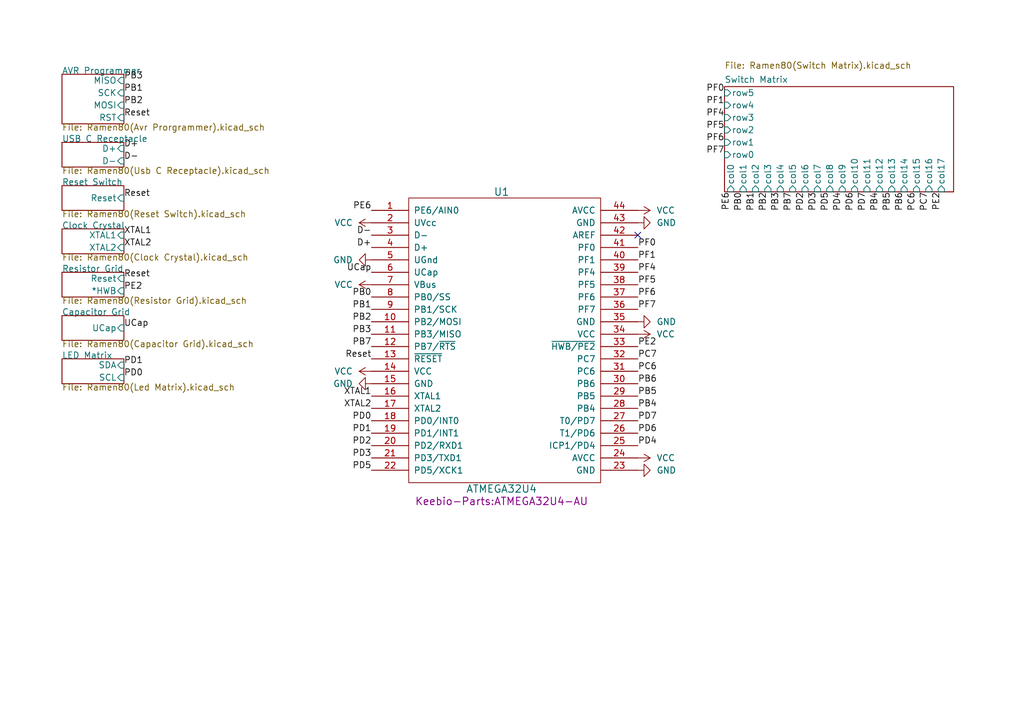
<source format=kicad_sch>
(kicad_sch (version 20211123) (generator eeschema)
  (paper "A5")
  (title_block (title "Ramen80") (date "2022-02-24") (rev "v1.0.0") (company "Ramen Keebs") (comment 1 "Microcontroller") (comment 2 "ATMEGA32U4"))
  (lib_symbols
    (symbol "RamenKeebs:ATMEGA32U4" (pin_names (offset 1.016))
      (property "Reference" "U" (at 0 -31.75 0))
      (property "Value" "ATMEGA32U4" (at 0 31.75 0))
      (symbol "ATMEGA32U4_0_1"
        (rectangle (start 20.32 29.21) (end -19.05 -29.21))
      )
      (symbol "ATMEGA32U4_1_1"
        (pin bidirectional line (at -26.67 26.67 0) (length 7.62) (name "PE6/AIN0") (number "1"))
        (pin bidirectional line (at -26.67 3.81 0) (length 7.62) (name "PB2/MOSI") (number "10"))
        (pin bidirectional line (at -26.67 1.27 0) (length 7.62) (name "PB3/MISO") (number "11"))
        (pin bidirectional line (at -26.67 -1.27 0) (length 7.62) (name "PB7/~{RTS}") (number "12"))
        (pin input line (at -26.67 -3.81 0) (length 7.62) (name "~{RESET}") (number "13"))
        (pin power_in line (at -26.67 -6.35 0) (length 7.62) (name "VCC") (number "14"))
        (pin power_in line (at -26.67 -8.89 0) (length 7.62) (name "GND") (number "15"))
        (pin input line (at -26.67 -11.43 0) (length 7.62) (name "XTAL1") (number "16"))
        (pin output line (at -26.67 -13.97 0) (length 7.62) (name "XTAL2") (number "17"))
        (pin bidirectional line (at -26.67 -16.51 0) (length 7.62) (name "PD0/INT0") (number "18"))
        (pin bidirectional line (at -26.67 -19.05 0) (length 7.62) (name "PD1/INT1") (number "19"))
        (pin power_in line (at -26.67 24.13 0) (length 7.62) (name "UVcc") (number "2"))
        (pin bidirectional line (at -26.67 -21.59 0) (length 7.62) (name "PD2/RXD1") (number "20"))
        (pin bidirectional line (at -26.67 -24.13 0) (length 7.62) (name "PD3/TXD1") (number "21"))
        (pin bidirectional line (at -26.67 -26.67 0) (length 7.62) (name "PD5/XCK1") (number "22"))
        (pin power_in line (at 27.94 -26.67 180) (length 7.62) (name "GND") (number "23"))
        (pin power_in line (at 27.94 -24.13 180) (length 7.62) (name "AVCC") (number "24"))
        (pin bidirectional line (at 27.94 -21.59 180) (length 7.62) (name "ICP1/PD4") (number "25"))
        (pin bidirectional line (at 27.94 -19.05 180) (length 7.62) (name "T1/PD6") (number "26"))
        (pin bidirectional line (at 27.94 -16.51 180) (length 7.62) (name "T0/PD7") (number "27"))
        (pin bidirectional line (at 27.94 -13.97 180) (length 7.62) (name "PB4") (number "28"))
        (pin bidirectional line (at 27.94 -11.43 180) (length 7.62) (name "PB5") (number "29"))
        (pin bidirectional line (at -26.67 21.59 0) (length 7.62) (name "D-") (number "3"))
        (pin bidirectional line (at 27.94 -8.89 180) (length 7.62) (name "PB6") (number "30"))
        (pin bidirectional line (at 27.94 -6.35 180) (length 7.62) (name "PC6") (number "31"))
        (pin bidirectional line (at 27.94 -3.81 180) (length 7.62) (name "PC7") (number "32"))
        (pin bidirectional line (at 27.94 -1.27 180) (length 7.62) (name "~{HWB/PE2}") (number "33"))
        (pin power_in line (at 27.94 1.27 180) (length 7.62) (name "VCC") (number "34"))
        (pin power_in line (at 27.94 3.81 180) (length 7.62) (name "GND") (number "35"))
        (pin bidirectional line (at 27.94 6.35 180) (length 7.62) (name "PF7") (number "36"))
        (pin bidirectional line (at 27.94 8.89 180) (length 7.62) (name "PF6") (number "37"))
        (pin bidirectional line (at 27.94 11.43 180) (length 7.62) (name "PF5") (number "38"))
        (pin bidirectional line (at 27.94 13.97 180) (length 7.62) (name "PF4") (number "39"))
        (pin bidirectional line (at -26.67 19.05 0) (length 7.62) (name "D+") (number "4"))
        (pin bidirectional line (at 27.94 16.51 180) (length 7.62) (name "PF1") (number "40"))
        (pin bidirectional line (at 27.94 19.05 180) (length 7.62) (name "PF0") (number "41"))
        (pin input line (at 27.94 21.59 180) (length 7.62) (name "AREF") (number "42"))
        (pin power_in line (at 27.94 24.13 180) (length 7.62) (name "GND") (number "43"))
        (pin power_in line (at 27.94 26.67 180) (length 7.62) (name "AVCC") (number "44"))
        (pin power_in line (at -26.67 16.51 0) (length 7.62) (name "UGnd") (number "5"))
        (pin input line (at -26.67 13.97 0) (length 7.62) (name "UCap") (number "6"))
        (pin input line (at -26.67 11.43 0) (length 7.62) (name "VBus") (number "7"))
        (pin bidirectional line (at -26.67 8.89 0) (length 7.62) (name "PB0/SS") (number "8"))
        (pin bidirectional line (at -26.67 6.35 0) (length 7.62) (name "PB1/SCK") (number "9"))
      )
    )
    (symbol "power:GND" (power) (pin_names (offset 0))
      (property "Value" "GND" (at 0 -3.81 0))
      (symbol "GND_0_1"
        (polyline (pts (xy 0 0) (xy 0 -1.27) (xy 1.27 -1.27) (xy 0 -2.54) (xy -1.27 -1.27) (xy 0 -1.27)))
      )
      (symbol "GND_1_1"
        (pin power_in line (at 0 0 270) (length 0) hide (name "GND") (number "1"))
      )
    )
    (symbol "power:VCC" (power) (pin_names (offset 0))
      (property "Value" "VCC" (at 0 3.81 0))
      (symbol "VCC_0_1"
        (polyline (pts (xy -0.762 1.27) (xy 0 2.54)))
        (polyline (pts (xy 0 0) (xy 0 2.54)))
        (polyline (pts (xy 0 2.54) (xy 0.762 1.27)))
      )
      (symbol "VCC_1_1"
        (pin power_in line (at 0 0 90) (length 0) hide (name "VCC") (number "1"))
      )
    )
  )
  (no_connect (at 130.81 48.26))
  (label "PE2" (at 25.4 59.69 0))
  (label "PD0" (at 25.4 77.47 0))
  (label "PF4" (at 148.59 24.13 180))
  (label "PC6" (at 187.96 39.37 270))
  (label "D-" (at 76.2 48.26 180))
  (label "D-" (at 25.4 33.02 0))
  (label "XTAL1" (at 25.4 48.26 0))
  (label "PD1" (at 76.2 88.9 180))
  (label "UCap" (at 25.4 67.31 0))
  (label "PE2" (at 130.81 71.12 0))
  (label "PB1" (at 76.2 63.5 180))
  (label "PD3" (at 167.64 39.37 270))
  (label "PD0" (at 76.2 86.36 180))
  (label "PB2" (at 25.4 21.59 0))
  (label "PB7" (at 162.56 39.37 270))
  (label "PF0" (at 148.59 19.05 180))
  (label "Reset" (at 76.2 73.66 180))
  (label "PD6" (at 175.26 39.37 270))
  (label "PF0" (at 130.81 50.8 0))
  (label "PB2" (at 157.48 39.37 270))
  (label "PB4" (at 130.81 83.82 0))
  (label "PB3" (at 25.4 16.51 0))
  (label "PF5" (at 130.81 58.42 0))
  (label "XTAL2" (at 25.4 50.8 0))
  (label "PB5" (at 182.88 39.37 270))
  (label "PD2" (at 76.2 91.44 180))
  (label "PB3" (at 160.02 39.37 270))
  (label "PD1" (at 25.4 74.93 0))
  (label "PF7" (at 148.59 31.75 180))
  (label "PC7" (at 130.81 73.66 0))
  (label "XTAL1" (at 76.2 81.28 180))
  (label "PB3" (at 76.2 68.58 180))
  (label "PE6" (at 149.86 39.37 270))
  (label "PF7" (at 130.81 63.5 0))
  (label "UCap" (at 76.2 55.88 180))
  (label "PD5" (at 170.18 39.37 270))
  (label "PC7" (at 190.5 39.37 270))
  (label "PD6" (at 130.81 88.9 0))
  (label "PE2" (at 193.04 39.37 270))
  (label "PF5" (at 148.59 26.67 180))
  (label "PB6" (at 130.81 78.74 0))
  (label "PD7" (at 130.81 86.36 0))
  (label "PB0" (at 76.2 60.96 180))
  (label "D+" (at 76.2 50.8 180))
  (label "PB1" (at 25.4 19.05 0))
  (label "PE6" (at 76.2 43.18 180))
  (label "PB2" (at 76.2 66.04 180))
  (label "PF4" (at 130.81 55.88 0))
  (label "Reset" (at 25.4 40.64 0))
  (label "PF1" (at 148.59 21.59 180))
  (label "PF1" (at 130.81 53.34 0))
  (label "PB4" (at 180.34 39.37 270))
  (label "PF6" (at 148.59 29.21 180))
  (label "PD5" (at 76.2 96.52 180))
  (label "PD2" (at 165.1 39.37 270))
  (label "PF6" (at 130.81 60.96 0))
  (label "PB1" (at 154.94 39.37 270))
  (label "PD3" (at 76.2 93.98 180))
  (label "PB0" (at 152.4 39.37 270))
  (label "PB6" (at 185.42 39.37 270))
  (label "PD4" (at 130.81 91.44 0))
  (label "PD4" (at 172.72 39.37 270))
  (label "Reset" (at 25.4 24.13 0))
  (label "PD7" (at 177.8 39.37 270))
  (label "XTAL2" (at 76.2 83.82 180))
  (label "Reset" (at 25.4 57.15 0))
  (label "D+" (at 25.4 30.48 0))
  (label "PB5" (at 130.81 81.28 0))
  (label "PB7" (at 76.2 71.12 180))
  (label "PC6" (at 130.81 76.2 0))
  (symbol (lib_id "power:GND") (at 130.81 45.72 90) (unit 1)
    (property "Reference" "#PWR03" (effects hide))
    (property "Value" "GND" (at 134.62 45.7199 90) (effects (justify right)))
  )
  (symbol (lib_id "power:GND") (at 76.2 53.34 270) (unit 1)
    (property "Reference" "#PWR04" (effects hide))
    (property "Value" "GND" (at 72.39 53.3399 90) (effects (justify right)))
  )
  (symbol (lib_id "power:VCC") (at 76.2 45.72 90) (unit 1)
    (property "Reference" "#PWR02" (effects hide))
    (property "Value" "VCC" (at 72.39 45.7199 90) (effects (justify left)))
  )
  (symbol (lib_id "RamenKeebs:ATMEGA32U4") (at 102.87 69.85 0) (unit 1)
    (property "Reference" "U1" (at 102.87 39.37 0) (effects (font (size 1.524 1.524))))
    (property "Value" "ATMEGA32U4" (at 102.87 100.33 0) (effects (font (size 1.524 1.524))))
    (property "Footprint" "Keebio-Parts:ATMEGA32U4-AU" (at 102.87 102.87 0) (effects (font (size 1.524 1.524))))
  )
  (symbol (lib_id "power:VCC") (at 130.81 68.58 270) (unit 1)
    (property "Reference" "#PWR07" (effects hide))
    (property "Value" "VCC" (at 134.62 68.5799 90) (effects (justify left)))
  )
  (symbol (lib_id "power:GND") (at 130.81 96.52 90) (unit 1)
    (property "Reference" "#PWR011" (effects hide))
    (property "Value" "GND" (at 134.62 96.5199 90) (effects (justify right)))
  )
  (symbol (lib_id "power:VCC") (at 76.2 58.42 90) (unit 1)
    (property "Reference" "#PWR05" (effects hide))
    (property "Value" "VCC" (at 72.39 58.4199 90) (effects (justify left)))
  )
  (symbol (lib_id "power:GND") (at 76.2 78.74 270) (unit 1)
    (property "Reference" "#PWR09" (effects hide))
    (property "Value" "GND" (at 72.39 78.7399 90) (effects (justify right)))
  )
  (symbol (lib_id "power:GND") (at 130.81 66.04 90) (unit 1)
    (property "Reference" "#PWR06" (effects hide))
    (property "Value" "GND" (at 134.62 66.0399 90) (effects (justify right)))
  )
  (symbol (lib_id "power:VCC") (at 76.2 76.2 90) (unit 1)
    (property "Reference" "#PWR08" (effects hide))
    (property "Value" "VCC" (at 72.39 76.1999 90) (effects (justify left)))
  )
  (symbol (lib_id "power:VCC") (at 130.81 93.98 270) (unit 1)
    (property "Reference" "#PWR010" (effects hide))
    (property "Value" "VCC" (at 134.62 93.9799 90) (effects (justify left)))
  )
  (symbol (lib_id "power:VCC") (at 130.81 43.18 270) (unit 1)
    (property "Reference" "#PWR01" (effects hide))
    (property "Value" "VCC" (at 134.62 43.1799 90) (effects (justify left)))
  )
  (sheet (at 12.7 15.24) (size 12.7 10.16) (stroke (width 0.1524))
    (property "Sheet name" "AVR Programmer" (at 12.7 15.24 0) (effects (justify left bottom)))
    (property "Sheet file" "Ramen80(Avr Prorgrammer).kicad_sch" (at 12.7 25.4 0) (effects (justify left top)))
    (pin "MOSI" input (at 25.4 21.59 0))
    (pin "MISO" input (at 25.4 16.51 0))
    (pin "SCK" input (at 25.4 19.05 0))
    (pin "RST" input (at 25.4 24.13 0))
  )
  (sheet (at 12.7 64.77) (size 12.7 5.08) (stroke (width 0.1524))
    (property "Sheet name" "Capacitor Grid" (at 12.7 64.77 0) (effects (justify left bottom)))
    (property "Sheet file" "Ramen80(Capacitor Grid).kicad_sch" (at 12.7 69.85 0) (effects (justify left top)))
    (pin "UCap" input (at 25.4 67.31 0))
  )
  (sheet (at 148.59 17.78) (size 46.99 21.59) (stroke (width 0.1524))
    (property "Sheet name" "Switch Matrix" (at 148.59 17.0684 0) (effects (justify left bottom)))
    (property "Sheet file" "Ramen80(Switch Matrix).kicad_sch" (at 148.59 12.7 0) (effects (justify left top)))
    (pin "col15" input (at 187.96 39.37 270))
    (pin "col16" input (at 190.5 39.37 270))
    (pin "col17" input (at 193.04 39.37 270))
    (pin "col10" input (at 175.26 39.37 270))
    (pin "col14" input (at 185.42 39.37 270))
    (pin "col11" input (at 177.8 39.37 270))
    (pin "col13" input (at 182.88 39.37 270))
    (pin "col12" input (at 180.34 39.37 270))
    (pin "col3" input (at 157.48 39.37 270))
    (pin "col2" input (at 154.94 39.37 270))
    (pin "col4" input (at 160.02 39.37 270))
    (pin "col0" input (at 149.86 39.37 270))
    (pin "row0" input (at 148.59 31.75 180))
    (pin "row1" input (at 148.59 29.21 180))
    (pin "col1" input (at 152.4 39.37 270))
    (pin "row2" input (at 148.59 26.67 180))
    (pin "row3" input (at 148.59 24.13 180))
    (pin "row4" input (at 148.59 21.59 180))
    (pin "row5" input (at 148.59 19.05 180))
    (pin "col8" input (at 170.18 39.37 270))
    (pin "col9" input (at 172.72 39.37 270))
    (pin "col6" input (at 165.1 39.37 270))
    (pin "col7" input (at 167.64 39.37 270))
    (pin "col5" input (at 162.56 39.37 270))
  )
  (sheet (at 12.7 46.99) (size 12.7 5.08) (stroke (width 0.1524))
    (property "Sheet name" "Clock Crystal" (at 12.7 46.99 0) (effects (justify left bottom)))
    (property "Sheet file" "Ramen80(Clock Crystal).kicad_sch" (at 12.7 52.07 0) (effects (justify left top)))
    (pin "XTAL1" input (at 25.4 48.26 0))
    (pin "XTAL2" input (at 25.4 50.8 0))
  )
  (sheet (at 12.7 38.1) (size 12.7 5.08) (stroke (width 0.1524))
    (property "Sheet name" "Reset Switch" (at 12.7 38.1 0) (effects (justify left bottom)))
    (property "Sheet file" "Ramen80(Reset Switch).kicad_sch" (at 12.7 43.18 0) (effects (justify left top)))
    (pin "Reset" input (at 25.4 40.64 0))
  )
  (sheet (at 12.7 29.21) (size 12.7 5.08) (stroke (width 0.1524))
    (property "Sheet name" "USB C Receptacle" (at 12.7 29.21 0) (effects (justify left bottom)))
    (property "Sheet file" "Ramen80(Usb C Receptacle).kicad_sch" (at 12.7 34.29 0) (effects (justify left top)))
    (pin "D-" input (at 25.4 33.02 0))
    (pin "D+" input (at 25.4 30.48 0))
  )
  (sheet (at 12.7 55.88) (size 12.7 5.08) (stroke (width 0.1524))
    (property "Sheet name" "Resistor Grid" (at 12.7 55.88 0) (effects (justify left bottom)))
    (property "Sheet file" "Ramen80(Resistor Grid).kicad_sch" (at 12.7 60.96 0) (effects (justify left top)))
    (pin "Reset" input (at 25.4 57.15 0))
    (pin "*HWB" input (at 25.4 59.69 0))
  )
  (sheet (at 12.7 73.66) (size 12.7 5.08) (stroke (width 0.1524))
    (property "Sheet name" "LED Matrix" (at 12.7 73.66 0) (effects (justify left bottom)))
    (property "Sheet file" "Ramen80(Led Matrix).kicad_sch" (at 12.7 78.74 0) (effects (justify left top)))
    (pin "SDA" input (at 25.4 74.93 0))
    (pin "SCL" input (at 25.4 77.47 0))
  )
)
</source>
